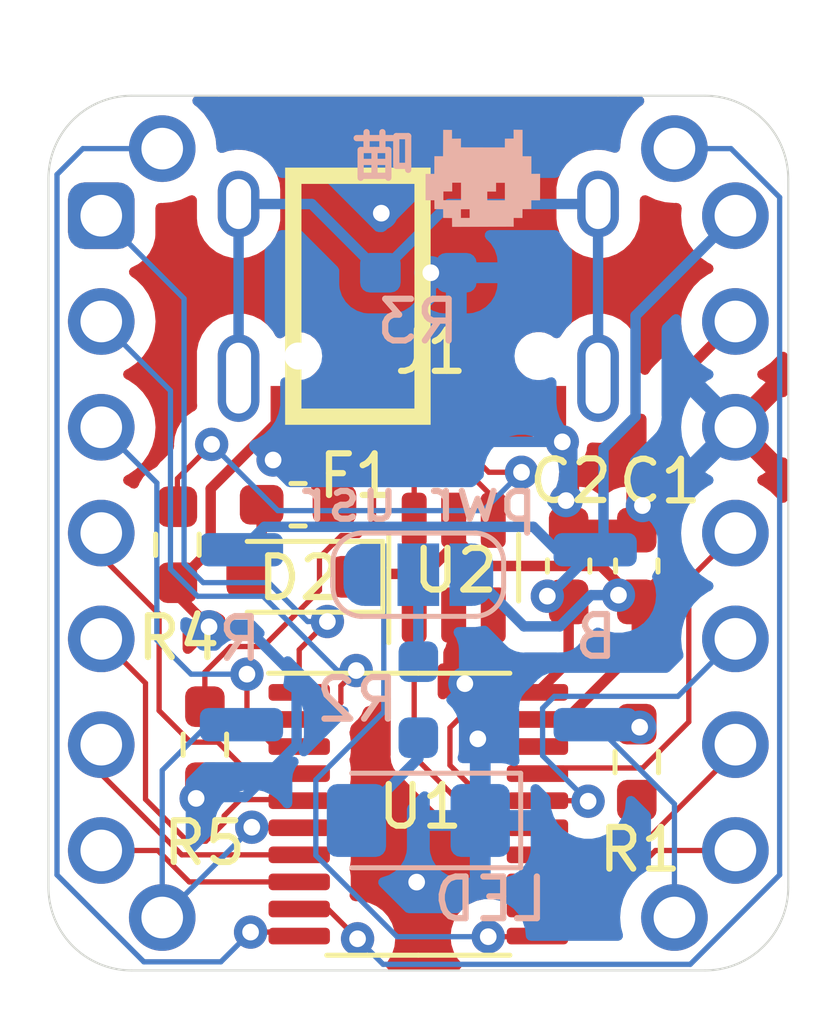
<source format=kicad_pcb>
(kicad_pcb (version 20221018) (generator pcbnew)
  (layers (0 "F.Cu" signal) (31 "B.Cu" signal) (34 "B.Paste" user) (35 "F.Paste" user) (36 "B.SilkS" user "B.Silkscreen") (37 "F.SilkS" user "F.Silkscreen") (38 "B.Mask" user) (39 "F.Mask" user) (44 "Edge.Cuts" user))
  (net 0 "")
  (net 1 "VCC")
  (net 2 "GND")
  (net 3 "+3.3V")
  (net 4 "Net-(D1-A)")
  (net 5 "CC1")
  (net 6 "UDP")
  (net 7 "UDM")
  (net 8 "CC2")
  (net 9 "P3.2")
  (net 10 "PORT+")
  (net 11 "PORT-")
  (net 12 "P1.6")
  (net 13 "P1.7")
  (net 14 "P1.0")
  (net 15 "P1.1")
  (net 16 "P3.4")
  (net 17 "P3.5")
  (net 18 "P1.3")
  (net 19 "P1.2")
  (net 20 "RST")
  (net 21 "P3.1")
  (net 22 "P3.0")
  (net 23 "P3.3")
  (net 24 "Net-(JP1-C)")
  (net 25 "Net-(D2-A)")
  (net 26 "VBUS")
  (net 29 "P1.4")
  (net 30 "P1.5")
  (net 31 "Net-(J1-SHIELD)")
  (net 32 "BOOT")
  (footprint "BeiBob:apfel_xiao_drop-in_gpio_plus_4" (layer "F.Cu") (at 149 105)
    (fp_text reference "U3" hide)
    (fp_text value "xiao_drop-in_gpio_usb_no_cutout" hide)
    (fp_line (start -8.89 8.5) (end -8.89 -8.5) (stroke (width 0.05)) (layer "Edge.Cuts"))
    (fp_line (start -6.89 -10.5) (end -4.8 -10.5) (stroke (width 0.05)) (layer "Edge.Cuts"))
    (fp_line (start 4.8 -10.5) (end 6.89 -10.5) (stroke (width 0.05)) (layer "Edge.Cuts"))
    (fp_line (start 6.89 10.5) (end -6.89 10.5) (stroke (width 0.05)) (layer "Edge.Cuts"))
    (fp_line (start 8.89 -8.5) (end 8.89 8.5) (stroke (width 0.05)) (layer "Edge.Cuts"))
    (fp_arc (start -8.89 -8.5) (mid -8.304214 -9.914214) (end -6.89 -10.5) (stroke (width 0.05)) (layer "Edge.Cuts"))
    (fp_arc (start -6.89 10.5) (mid -8.304214 9.914214) (end -8.89 8.5) (stroke (width 0.05)) (layer "Edge.Cuts"))
    (fp_arc (start 6.89 -10.5) (mid 8.304214 -9.914214) (end 8.89 -8.5) (stroke (width 0.05)) (layer "Edge.Cuts"))
    (fp_arc (start 8.89 8.5) (mid 8.304214 9.914214) (end 6.89 10.5) (stroke (width 0.05)) (layer "Edge.Cuts"))
    (pad "1" thru_hole roundrect (at -7.62 -7.62 90) (size 1.6 1.6) (drill 1) (layers "*.Cu" "*.Mask") (net 9 "P3.2"))
    (pad "2" thru_hole circle (at -7.62 -5.08 90) (size 1.6 1.6) (drill 1) (layers "*.Cu" "*.Mask") (net 29 "P1.4"))
    (pad "3" thru_hole circle (at -7.62 -2.54 90) (size 1.6 1.6) (drill 1) (layers "*.Cu" "*.Mask") (net 30 "P1.5"))
    (pad "4" thru_hole circle (at -7.62 0 90) (size 1.6 1.6) (drill 1) (layers "*.Cu" "*.Mask") (net 12 "P1.6"))
    (pad "5" thru_hole circle (at -7.62 2.54 90) (size 1.6 1.6) (drill 1) (layers "*.Cu" "*.Mask") (net 13 "P1.7"))
    (pad "6" thru_hole circle (at -7.62 5.08 90) (size 1.6 1.6) (drill 1) (layers "*.Cu" "*.Mask") (net 14 "P1.0"))
    (pad "7" thru_hole circle (at -7.62 7.62 90) (size 1.6 1.6) (drill 1) (layers "*.Cu" "*.Mask") (net 15 "P1.1"))
    (pad "8" thru_hole circle (at 7.62 7.62 90) (size 1.6 1.6) (drill 1) (layers "*.Cu" "*.Mask") (net 16 "P3.4"))
    (pad "9" thru_hole circle (at 7.62 5.08 90) (size 1.6 1.6) (drill 1) (layers "*.Cu" "*.Mask") (net 17 "P3.5"))
    (pad "10" thru_hole circle (at 7.62 2.54 90) (size 1.6 1.6) (drill 1) (layers "*.Cu" "*.Mask") (net 18 "P1.3"))
    (pad "11" thru_hole circle (at 7.62 0 90) (size 1.6 1.6) (drill 1) (layers "*.Cu" "*.Mask") (net 19 "P1.2"))
    (pad "12" thru_hole circle (at 7.62 -2.54 90) (size 1.6 1.6) (drill 1) (layers "*.Cu" "*.Mask") (net 2 "GND"))
    (pad "13" thru_hole circle (at 7.62 -5.08 90) (size 1.6 1.6) (drill 1) (layers "*.Cu" "*.Mask") (net 1 "VCC"))
    (pad "14" thru_hole circle (at 7.62 -7.62 90) (size 1.6 1.6) (drill 1) (layers "*.Cu" "*.Mask") (net 3 "+3.3V"))
    (pad "15" thru_hole circle (at -6.155 9.23 90) (size 1.6 1.6) (drill 1) (layers "*.Cu" "*.Mask") (net 20 "RST"))
    (pad "16" thru_hole circle (at 6.155 9.23 90) (size 1.6 1.6) (drill 1) (layers "*.Cu" "*.Mask") (net 32 "BOOT"))
    (pad "17" thru_hole circle (at 6.155 -9.23 90) (size 1.6 1.6) (drill 1) (layers "*.Cu" "*.Mask") (net 21 "P3.1"))
    (pad "18" thru_hole circle (at -6.155 -9.23 90) (size 1.6 1.6) (drill 1) (layers "*.Cu" "*.Mask") (net 22 "P3.0"))
  )
  (footprint "Package_TO_SOT_SMD:SOT-23-6" (layer "F.Cu") (at 149.85 105.83 90)
    (fp_text reference "U2" (at -0.07 0.04 180) (layer "F.SilkS"))
    (fp_text value "USBLC6-2SC6")
    (fp_line (start 0 -1.56) (end -1.8 -1.56) (stroke (width 0.12)) (layer "F.SilkS"))
    (fp_line (start 0 -1.56) (end 0.8 -1.56) (stroke (width 0.12)) (layer "F.SilkS"))
    (fp_line (start 0 1.56) (end -0.8 1.56) (stroke (width 0.12)) (layer "F.SilkS"))
    (fp_line (start 0 1.56) (end 0.8 1.56) (stroke (width 0.12)) (layer "F.SilkS"))
    (pad "1" smd roundrect (at -1.1375 -0.95 90) (size 1.325 0.6) (layers "F.Cu" "F.Paste" "F.Mask") (net 6 "UDP"))
    (pad "2" smd roundrect (at -1.1375 0 90) (size 1.325 0.6) (layers "F.Cu" "F.Paste" "F.Mask") (net 2 "GND"))
    (pad "3" smd roundrect (at -1.1375 0.95 90) (size 1.325 0.6) (layers "F.Cu" "F.Paste" "F.Mask") (net 7 "UDM"))
    (pad "4" smd roundrect (at 1.1375 0.95 90) (size 1.325 0.6) (layers "F.Cu" "F.Paste" "F.Mask") (net 11 "PORT-"))
    (pad "5" smd roundrect (at 1.1375 0 90) (size 1.325 0.6) (layers "F.Cu" "F.Paste" "F.Mask") (net 1 "VCC"))
    (pad "6" smd roundrect (at 1.1375 -0.95 90) (size 1.325 0.6) (layers "F.Cu" "F.Paste" "F.Mask") (net 10 "PORT+"))
  )
  (footprint "Resistor_SMD:R_0603_1608Metric_Pad0.98x0.95mm_HandSolder" (layer "F.Cu") (at 143.87 110.08 -90)
    (fp_text reference "R5" (at 2.36 0.01 -180) (layer "F.SilkS"))
    (fp_text value "5.1k")
    (fp_line (start -0.254724 -0.5225) (end 0.254724 -0.5225) (stroke (width 0.12)) (layer "F.SilkS"))
    (fp_line (start -0.254724 0.5225) (end 0.254724 0.5225) (stroke (width 0.12)) (layer "F.SilkS"))
    (pad "1" smd roundrect (at -0.9125 0 270) (size 0.975 0.95) (layers "F.Cu" "F.Paste" "F.Mask") (net 8 "CC2"))
    (pad "2" smd roundrect (at 0.9125 0 270) (size 0.975 0.95) (layers "F.Cu" "F.Paste" "F.Mask") (net 2 "GND"))
  )
  (footprint "Resistor_SMD:R_0603_1608Metric_Pad0.98x0.95mm_HandSolder" (layer "F.Cu") (at 143.21 105.28 -90)
    (fp_text reference "R4" (at 2.24 -0.03 -180) (layer "F.SilkS"))
    (fp_text value "5.1k")
    (fp_line (start -0.254724 -0.5225) (end 0.254724 -0.5225) (stroke (width 0.12)) (layer "F.SilkS"))
    (fp_line (start -0.254724 0.5225) (end 0.254724 0.5225) (stroke (width 0.12)) (layer "F.SilkS"))
    (pad "1" smd roundrect (at -0.9125 0 270) (size 0.975 0.95) (layers "F.Cu" "F.Paste" "F.Mask") (net 5 "CC1"))
    (pad "2" smd roundrect (at 0.9125 0 270) (size 0.975 0.95) (layers "F.Cu" "F.Paste" "F.Mask") (net 2 "GND"))
  )
  (footprint "Fuse:Fuse_0603_1608Metric_Pad1.05x0.95mm_HandSolder" (layer "F.Cu") (at 146.11 104.32)
    (fp_text reference "F1" (at 1.41 -0.69) (layer "F.SilkS"))
    (fp_text value "500mA")
    (fp_line (start -0.171267 -0.51) (end 0.171267 -0.51) (stroke (width 0.12)) (layer "F.SilkS"))
    (fp_line (start -0.171267 0.51) (end 0.171267 0.51) (stroke (width 0.12)) (layer "F.SilkS"))
    (pad "1" smd roundrect (at -0.875 0) (size 1.05 0.95) (layers "F.Cu" "F.Paste" "F.Mask") (net 25 "Net-(D2-A)"))
    (pad "2" smd roundrect (at 0.875 0) (size 1.05 0.95) (layers "F.Cu" "F.Paste" "F.Mask") (net 26 "VBUS"))
  )
  (footprint "Resistor_SMD:R_0603_1608Metric_Pad0.98x0.95mm_HandSolder" (layer "F.Cu") (at 154.25 110.5 90)
    (fp_text reference "R1" (at -2.1 0.08 180) (layer "F.SilkS"))
    (fp_text value "10k")
    (fp_line (start -0.254724 -0.5225) (end 0.254724 -0.5225) (stroke (width 0.12)) (layer "F.SilkS"))
    (fp_line (start -0.254724 0.5225) (end 0.254724 0.5225) (stroke (width 0.12)) (layer "F.SilkS"))
    (pad "1" smd roundrect (at -0.9125 0 90) (size 0.975 0.95) (layers "F.Cu" "F.Paste" "F.Mask") (net 6 "UDP"))
    (pad "2" smd roundrect (at 0.9125 0 90) (size 0.975 0.95) (layers "F.Cu" "F.Paste" "F.Mask") (net 32 "BOOT"))
  )
  (footprint "Diode_SMD:D_SOD-323_HandSoldering" (layer "F.Cu") (at 146.1375 106.05 180)
    (fp_text reference "D2" (at 0.0075 -0.03) (layer "F.SilkS"))
    (fp_text value "PMEG2010BELD")
    (fp_line (start -2.01 -0.85) (end -2.01 0.85) (stroke (width 0.12)) (layer "F.SilkS"))
    (fp_line (start -2.01 -0.85) (end 1.25 -0.85) (stroke (width 0.12)) (layer "F.SilkS"))
    (fp_line (start -2.01 0.85) (end 1.25 0.85) (stroke (width 0.12)) (layer "F.SilkS"))
    (pad "1" smd roundrect (at -1.25 0 180) (size 1 1) (layers "F.Cu" "F.Paste" "F.Mask") (net 1 "VCC"))
    (pad "2" smd roundrect (at 1.25 0 180) (size 1 1) (layers "F.Cu" "F.Paste" "F.Mask") (net 25 "Net-(D2-A)"))
  )
  (footprint "Connector_USB:USB_C_Receptacle_HRO_TYPE-C-31-M-12" (layer "F.Cu") (at 149 98.15 180)
    (fp_text reference "J1" (at -0.3 -2.5) (layer "F.SilkS"))
    (fp_text value "USB_C_Receptacle_USB2.0")
    (pad "" np_thru_hole circle (at -2.89 -2.6 180) (size 0.65 0.65) (drill 0.65) (layers "*.Cu" "*.Mask"))
    (pad "" np_thru_hole circle (at 2.89 -2.6 180) (size 0.65 0.65) (drill 0.65) (layers "*.Cu" "*.Mask"))
    (pad "A1" smd rect (at -3.25 -4.045 180) (size 0.6 1.45) (layers "F.Cu" "F.Paste" "F.Mask") (net 2 "GND"))
    (pad "A4" smd rect (at -2.45 -4.045 180) (size 0.6 1.45) (layers "F.Cu" "F.Paste" "F.Mask") (net 26 "VBUS"))
    (pad "A5" smd rect (at -1.25 -4.045 180) (size 0.3 1.45) (layers "F.Cu" "F.Paste" "F.Mask") (net 5 "CC1"))
    (pad "A6" smd rect (at -0.25 -4.045 180) (size 0.3 1.45) (layers "F.Cu" "F.Paste" "F.Mask") (net 10 "PORT+"))
    (pad "A7" smd rect (at 0.25 -4.045 180) (size 0.3 1.45) (layers "F.Cu" "F.Paste" "F.Mask") (net 11 "PORT-"))
    (pad "A8" smd rect (at 1.25 -4.045 180) (size 0.3 1.45) (layers "F.Cu" "F.Paste" "F.Mask"))
    (pad "A9" smd rect (at 2.45 -4.045 180) (size 0.6 1.45) (layers "F.Cu" "F.Paste" "F.Mask") (net 26 "VBUS"))
    (pad "A12" smd rect (at 3.25 -4.045 180) (size 0.6 1.45) (layers "F.Cu" "F.Paste" "F.Mask") (net 2 "GND"))
    (pad "B1" smd rect (at 3.25 -4.045 180) (size 0.6 1.45) (layers "F.Cu" "F.Paste" "F.Mask") (net 2 "GND"))
    (pad "B4" smd rect (at 2.45 -4.045 180) (size 0.6 1.45) (layers "F.Cu" "F.Paste" "F.Mask") (net 26 "VBUS"))
    (pad "B5" smd rect (at 1.75 -4.045 180) (size 0.3 1.45) (layers "F.Cu" "F.Paste" "F.Mask") (net 8 "CC2"))
    (pad "B6" smd rect (at 0.75 -4.045 180) (size 0.3 1.45) (layers "F.Cu" "F.Paste" "F.Mask") (net 10 "PORT+"))
    (pad "B7" smd rect (at -0.75 -4.045 180) (size 0.3 1.45) (layers "F.Cu" "F.Paste" "F.Mask") (net 11 "PORT-"))
    (pad "B8" smd rect (at -1.75 -4.045 180) (size 0.3 1.45) (layers "F.Cu" "F.Paste" "F.Mask"))
    (pad "B9" smd rect (at -2.45 -4.045 180) (size 0.6 1.45) (layers "F.Cu" "F.Paste" "F.Mask") (net 26 "VBUS"))
    (pad "B12" smd rect (at -3.25 -4.045 180) (size 0.6 1.45) (layers "F.Cu" "F.Paste" "F.Mask") (net 2 "GND"))
    (pad "S1" thru_hole oval (at -4.32 -3.13 180) (size 1 2.1) (drill oval 0.6 1.7) (layers "*.Cu" "*.Mask") (net 31 "Net-(J1-SHIELD)"))
    (pad "S1" thru_hole oval (at -4.32 1.05 180) (size 1 1.6) (drill oval 0.6 1.2) (layers "*.Cu" "*.Mask") (net 31 "Net-(J1-SHIELD)"))
    (pad "S1" thru_hole oval (at 4.32 -3.13 180) (size 1 2.1) (drill oval 0.6 1.7) (layers "*.Cu" "*.Mask") (net 31 "Net-(J1-SHIELD)"))
    (pad "S1" thru_hole oval (at 4.32 1.05 180) (size 1 1.6) (drill oval 0.6 1.2) (layers "*.Cu" "*.Mask") (net 31 "Net-(J1-SHIELD)"))
  )
  (footprint "Capacitor_SMD:C_0603_1608Metric_Pad1.08x0.95mm_HandSolder" (layer "F.Cu") (at 154.25 105.79 90)
    (fp_text reference "C1" (at 2.03 0.56 180) (layer "F.SilkS"))
    (fp_text value "100nF")
    (fp_line (start -0.146267 -0.51) (end 0.146267 -0.51) (stroke (width 0.12)) (layer "F.SilkS"))
    (fp_line (start -0.146267 0.51) (end 0.146267 0.51) (stroke (width 0.12)) (layer "F.SilkS"))
    (pad "1" smd roundrect (at -0.8625 0 90) (size 1.075 0.95) (layers "F.Cu" "F.Paste" "F.Mask") (net 1 "VCC"))
    (pad "2" smd roundrect (at 0.8625 0 90) (size 1.075 0.95) (layers "F.Cu" "F.Paste" "F.Mask") (net 2 "GND"))
  )
  (footprint "Package_SO:TSSOP-20_4.4x6.5mm_P0.65mm" (layer "F.Cu") (at 149 111.75)
    (fp_text reference "U1" (at 0.05 -0.18) (layer "F.SilkS"))
    (fp_text value "~")
    (fp_line (start 0 -3.385) (end -3.6 -3.385) (stroke (width 0.12)) (layer "F.SilkS"))
    (fp_line (start 0 -3.385) (end 2.2 -3.385) (stroke (width 0.12)) (layer "F.SilkS"))
    (fp_line (start 0 3.385) (end -2.2 3.385) (stroke (width 0.12)) (layer "F.SilkS"))
    (fp_line (start 0 3.385) (end 2.2 3.385) (stroke (width 0.12)) (layer "F.SilkS"))
    (pad "1" smd roundrect (at -2.8625 -2.925) (size 1.475 0.4) (layers "F.Cu" "F.Paste" "F.Mask") (net 9 "P3.2"))
    (pad "2" smd roundrect (at -2.8625 -2.275) (size 1.475 0.4) (layers "F.Cu" "F.Paste" "F.Mask") (net 29 "P1.4"))
    (pad "3" smd roundrect (at -2.8625 -1.625) (size 1.475 0.4) (layers "F.Cu" "F.Paste" "F.Mask") (net 30 "P1.5"))
    (pad "4" smd roundrect (at -2.8625 -0.975) (size 1.475 0.4) (layers "F.Cu" "F.Paste" "F.Mask") (net 12 "P1.6"))
    (pad "5" smd roundrect (at -2.8625 -0.325) (size 1.475 0.4) (layers "F.Cu" "F.Paste" "F.Mask") (net 13 "P1.7"))
    (pad "6" smd roundrect (at -2.8625 0.325) (size 1.475 0.4) (layers "F.Cu" "F.Paste" "F.Mask") (net 20 "RST"))
    (pad "7" smd roundrect (at -2.8625 0.975) (size 1.475 0.4) (layers "F.Cu" "F.Paste" "F.Mask") (net 14 "P1.0"))
    (pad "8" smd roundrect (at -2.8625 1.625) (size 1.475 0.4) (layers "F.Cu" "F.Paste" "F.Mask") (net 15 "P1.1"))
    (pad "9" smd roundrect (at -2.8625 2.275) (size 1.475 0.4) (layers "F.Cu" "F.Paste" "F.Mask") (net 21 "P3.1"))
    (pad "10" smd roundrect (at -2.8625 2.925) (size 1.475 0.4) (layers "F.Cu" "F.Paste" "F.Mask") (net 22 "P3.0"))
    (pad "11" smd roundrect (at 2.8625 2.925) (size 1.475 0.4) (layers "F.Cu" "F.Paste" "F.Mask") (net 23 "P3.3"))
    (pad "12" smd roundrect (at 2.8625 2.275) (size 1.475 0.4) (layers "F.Cu" "F.Paste" "F.Mask") (net 16 "P3.4"))
    (pad "13" smd roundrect (at 2.8625 1.625) (size 1.475 0.4) (layers "F.Cu" "F.Paste" "F.Mask") (net 17 "P3.5"))
    (pad "14" smd roundrect (at 2.8625 0.975) (size 1.475 0.4) (layers "F.Cu" "F.Paste" "F.Mask") (net 6 "UDP"))
    (pad "15" smd roundrect (at 2.8625 0.325) (size 1.475 0.4) (layers "F.Cu" "F.Paste" "F.Mask") (net 7 "UDM"))
    (pad "16" smd roundrect (at 2.8625 -0.325) (size 1.475 0.4) (layers "F.Cu" "F.Paste" "F.Mask") (net 18 "P1.3"))
    (pad "17" smd roundrect (at 2.8625 -0.975) (size 1.475 0.4) (layers "F.Cu" "F.Paste" "F.Mask") (net 19 "P1.2"))
    (pad "18" smd roundrect (at 2.8625 -1.625) (size 1.475 0.4) (layers "F.Cu" "F.Paste" "F.Mask") (net 2 "GND"))
    (pad "19" smd roundrect (at 2.8625 -2.275) (size 1.475 0.4) (layers "F.Cu" "F.Paste" "F.Mask") (net 1 "VCC"))
    (pad "20" smd roundrect (at 2.8625 -2.925) (size 1.475 0.4) (layers "F.Cu" "F.Paste" "F.Mask") (net 3 "+3.3V"))
  )
  (footprint "Capacitor_SMD:C_0603_1608Metric_Pad1.08x0.95mm_HandSolder" (layer "F.Cu") (at 152.6125 105.79 90)
    (fp_text reference "C2" (at 2.04 0.0475 180) (layer "F.SilkS"))
    (fp_text value "100nF")
    (fp_line (start -0.146267 -0.51) (end 0.146267 -0.51) (stroke (width 0.12)) (layer "F.SilkS"))
    (fp_line (start -0.146267 0.51) (end 0.146267 0.51) (stroke (width 0.12)) (layer "F.SilkS"))
    (pad "1" smd roundrect (at -0.8625 0 90) (size 1.075 0.95) (layers "F.Cu" "F.Paste" "F.Mask") (net 3 "+3.3V"))
    (pad "2" smd roundrect (at 0.8625 0 90) (size 1.075 0.95) (layers "F.Cu" "F.Paste" "F.Mask") (net 2 "GND"))
  )
  (footprint "Button_Switch_SMD:SW_Push_SPST_NO_Alps_SKRK" (layer "B.Cu") (at 153.25 107.5 90)
    (fp_text reference "B" (at 0.01 0.02) (layer "B.SilkS") (effects (justify mirror)))
    (fp_text value "BOOT")
    (pad "1" smd roundrect (at -2.1 0 90) (size 0.8 2) (layers "B.Cu" "B.Paste" "B.Mask") (net 32 "BOOT"))
    (pad "2" smd roundrect (at 2.1 0 90) (size 0.8 2) (layers "B.Cu" "B.Paste" "B.Mask") (net 3 "+3.3V"))
  )
  (footprint "BeiBob:SolderJumper-3_P1.3mm_Open_RoundedPad1.0x1.5mm_NumberLabels" (layer "B.Cu") (at 149 106 180)
    (fp_text reference "JP1")
    (fp_text value "SolderJumper_3_Open")
    (fp_text user "pwr usr" (at -0.02 1.8) (layer "B.SilkS") (effects (justify mirror)))
    (fp_line (start -2.05 -0.3) (end -2.05 0.3) (stroke (width 0.12)) (layer "B.SilkS"))
    (fp_line (start -1.4 1) (end 1.4 1) (stroke (width 0.12)) (layer "B.SilkS"))
    (fp_line (start 1.4 -1) (end -1.4 -1) (stroke (width 0.12)) (layer "B.SilkS"))
    (fp_line (start 2.05 0.3) (end 2.05 -0.3) (stroke (width 0.12)) (layer "B.SilkS"))
    (fp_arc (start -2.05 -0.3) (mid -1.844975 -0.794975) (end -1.35 -1) (stroke (width 0.12)) (layer "B.SilkS"))
    (fp_arc (start -1.35 1) (mid -1.844975 0.794975) (end -2.05 0.3) (stroke (width 0.12)) (layer "B.SilkS"))
    (fp_arc (start 1.35 -1) (mid 1.844975 -0.794975) (end 2.05 -0.3) (stroke (width 0.12)) (layer "B.SilkS"))
    (fp_arc (start 2.05 0.3) (mid 1.844975 0.794975) (end 1.35 1) (stroke (width 0.12)) (layer "B.SilkS"))
    (pad "1" smd custom (at -1.3 0 180) (size 1 0.5) (layers "B.Cu" "B.Mask") (net 1 "VCC") (options (clearance outline) (anchor rect)) (primitives (gr_circle (center 0 -0.25) (end 0.5 -0.25) (width 0) (fill yes)) (gr_circle (center 0 0.25) (end 0.5 0.25) (width 0) (fill yes)) (gr_poly (pts (xy 0.55 -0.75) (xy 0 -0.75) (xy 0 0.75) (xy 0.55 0.75)) (width 0) (fill yes))))
    (pad "2" smd rect (at 0 0 180) (size 1 1.5) (layers "B.Cu" "B.Mask") (net 24 "Net-(JP1-C)"))
    (pad "3" smd custom (at 1.3 0 180) (size 1 0.5) (layers "B.Cu" "B.Mask") (net 23 "P3.3") (options (clearance outline) (anchor rect)) (primitives (gr_circle (center 0 -0.25) (end 0.5 -0.25) (width 0) (fill yes)) (gr_circle (center 0 0.25) (end 0.5 0.25) (width 0) (fill yes)) (gr_poly (pts (xy 0 -0.75) (xy -0.55 -0.75) (xy -0.55 0.75) (xy 0 0.75)) (width 0) (fill yes))))
  )
  (footprint "LED_SMD:LED_1206_3216Metric_Pad1.42x1.75mm_HandSolder" (layer "B.Cu") (at 149 111.9 180)
    (fp_text reference "LED" (at -1.73 -1.89) (layer "B.SilkS") (effects (justify mirror)))
    (fp_text value "PWR/USR LED")
    (fp_line (start -2.46 -1.135) (end 1.6 -1.135) (stroke (width 0.12)) (layer "B.SilkS"))
    (fp_line (start -2.46 1.135) (end -2.46 -1.135) (stroke (width 0.12)) (layer "B.SilkS"))
    (fp_line (start 1.6 1.135) (end -2.46 1.135) (stroke (width 0.12)) (layer "B.SilkS"))
    (pad "1" smd roundrect (at -1.4875 0 180) (size 1.425 1.75) (layers "B.Cu" "B.Paste" "B.Mask") (roundrect_rratio 0.1754392982) (net 2 "GND"))
    (pad "2" smd roundrect (at 1.4875 0 180) (size 1.425 1.75) (layers "B.Cu" "B.Paste" "B.Mask") (roundrect_rratio 0.1754392982) (net 4 "Net-(D1-A)"))
  )
  (footprint "Button_Switch_SMD:SW_Push_SPST_NO_Alps_SKRK" (layer "B.Cu") (at 144.75 107.5 90)
    (fp_text reference "R" (at -0.04 -0.04) (layer "B.SilkS") (effects (justify mirror)))
    (fp_text value "RESET")
    (pad "1" smd roundrect (at -2.1 0 90) (size 0.8 2) (layers "B.Cu" "B.Paste" "B.Mask") (net 20 "RST"))
    (pad "2" smd roundrect (at 2.1 0 90) (size 0.8 2) (layers "B.Cu" "B.Paste" "B.Mask") (net 3 "+3.3V"))
  )
  (footprint "Resistor_SMD:R_0603_1608Metric_Pad0.98x0.95mm_HandSolder" (layer "B.Cu") (at 149 109 -90)
    (fp_text reference "R2" (at 0 1.47 -180) (layer "B.SilkS") (effects (justify mirror)))
    (fp_text value "1k")
    (pad "1" smd roundrect (at -0.9125 0 270) (size 0.975 0.95) (layers "B.Cu" "B.Paste" "B.Mask") (net 24 "Net-(JP1-C)"))
    (pad "2" smd roundrect (at 0.9125 0 270) (size 0.975 0.95) (layers "B.Cu" "B.Paste" "B.Mask") (net 4 "Net-(D1-A)"))
  )
  (footprint "Resistor_SMD:R_0603_1608Metric_Pad0.98x0.95mm_HandSolder" (layer "B.Cu") (at 149 98.75)
    (fp_text reference "R3" (at -0.01 1.17 180) (layer "B.SilkS") (effects (justify mirror)))
    (fp_text value "0")
    (pad "1" smd roundrect (at -0.9125 0) (size 0.975 0.95) (layers "B.Cu" "B.Paste" "B.Mask") (net 31 "Net-(J1-SHIELD)"))
    (pad "2" smd roundrect (at 0.9125 0) (size 0.975 0.95) (layers "B.Cu" "B.Paste" "B.Mask") (net 2 "GND"))
  )
  (gr_poly (pts (xy 151.290057 95.528048) (xy 151.080083 95.529546) (xy 151.078584 95.741019) (xy 150.024191 95.73952) (xy 150.025677 95.528048) (xy 149.809734 95.531032) (xy 149.809734 95.321045) (xy 149.596776 95.31806) (xy 149.593791 95.952492) (xy 149.38529 95.951006) (xy 149.383804 96.375438) (xy 149.173817 96.376936) (xy 149.173817 97.009869) (xy 149.38529 97.009869) (xy 149.386788 97.222828) (xy 149.595277 97.224326) (xy 149.596776 97.434314) (xy 149.809734 97.437285) (xy 149.81122 97.648758) (xy 151.293041 97.644288) (xy 151.291556 97.434314) (xy 151.503029 97.435799) (xy 151.503049 97.432867) (xy 150.233054 97.432867) (xy 150.024566 97.433616) (xy 150.023817 97.225114) (xy 150.232318 97.224365) (xy 150.232318 97.225114) (xy 150.233054 97.432867) (xy 151.503049 97.432867) (xy 151.504514 97.222828) (xy 151.715987 97.221342) (xy 151.715987 97.011355) (xy 151.925974 97.011355) (xy 151.926962 96.591109) (xy 151.079644 96.591109) (xy 151.079644 97.010231) (xy 150.65684 97.010231) (xy 150.65684 96.801729) (xy 150.868507 96.801729) (xy 150.868507 96.591109) (xy 151.079644 96.591109) (xy 151.926962 96.591109) (xy 151.926969 96.588151) (xy 150.025612 96.588151) (xy 150.025612 97.007272) (xy 149.602796 97.007272) (xy 149.602796 96.798771) (xy 149.814463 96.798771) (xy 149.814463 96.588151) (xy 150.025612 96.588151) (xy 151.926969 96.588151) (xy 151.927473 96.373952) (xy 151.717486 96.375438) (xy 151.717486 95.953978) (xy 151.506013 95.952492) (xy 151.506013 95.31806) (xy 151.288571 95.315089)) (fill solid) (layer "B.SilkS"))
  (gr_line (start 153.8 94.5) (end 144.2 94.5) (stroke (width 0.05)) (layer "Edge.Cuts"))
  (gr_text "喵" (at 148.95 96.6) (layer "B.SilkS") (effects (font (size 1 1)) (justify left bottom mirror)))
  (gr_text "喵" (at 145.45 102) (layer "F.SilkS") (effects (font (size 5 5) (thickness 0.125)) (justify left bottom)))
  (segment (start 155.11 101.43) (end 156.62 99.92) (width 0.25) (layer "F.Cu") (net 1))
  (segment (start 149.85 105.076751) (end 150.563249 105.79) (width 0.25) (layer "F.Cu") (net 1))
  (segment (start 149.85 105.3) (end 149.85 104.6925) (width 0.25) (layer "F.Cu") (net 1))
  (segment (start 154.25 106.6525) (end 154.25 107.776041) (width 0.25) (layer "F.Cu") (net 1))
  (segment (start 155.11 105.7925) (end 155.11 101.43) (width 0.25) (layer "F.Cu") (net 1))
  (segment (start 149.85 104.6925) (end 149.85 105.076751) (width 0.25) (layer "F.Cu") (net 1))
  (segment (start 149.17 105.98) (end 149.85 105.3) (width 0.25) (layer "F.Cu") (net 1))
  (segment (start 154.25 107.776041) (end 152.551041 109.475) (width 0.25) (layer "F.Cu") (net 1))
  (segment (start 154.25 106.6525) (end 155.11 105.7925) (width 0.25) (layer "F.Cu") (net 1))
  (segment (start 153.3875 105.79) (end 154.25 106.6525) (width 0.25) (layer "F.Cu") (net 1))
  (segment (start 147.4575 105.98) (end 149.17 105.98) (width 0.25) (layer "F.Cu") (net 1))
  (segment (start 147.3875 106.05) (end 147.4575 105.98) (width 0.25) (layer "F.Cu") (net 1))
  (segment (start 152.551041 109.475) (end 151.8625 109.475) (width 0.25) (layer "F.Cu") (net 1))
  (segment (start 150.563249 105.79) (end 153.3875 105.79) (width 0.25) (layer "F.Cu") (net 1))
  (via (at 153.81 106.49) (size 0.8) (drill 0.4) (layers "F.Cu" "B.Cu") (net 1))
  (segment (start 152.4005 107.2395) (end 151.5395 107.2395) (width 0.25) (layer "B.Cu") (net 1))
  (segment (start 151.5395 107.2395) (end 150.3 106) (width 0.25) (layer "B.Cu") (net 1))
  (segment (start 153.15 106.49) (end 152.4005 107.2395) (width 0.25) (layer "B.Cu") (net 1))
  (segment (start 153.81 106.49) (end 153.15 106.49) (width 0.25) (layer "B.Cu") (net 1))
  (segment (start 150.615 110.125) (end 150.43 109.94) (width 0.25) (layer "F.Cu") (net 2))
  (segment (start 143.66 111.2025) (end 143.87 110.9925) (width 0.25) (layer "F.Cu") (net 2))
  (segment (start 151.8625 110.125) (end 150.615 110.125) (width 0.25) (layer "F.Cu") (net 2))
  (segment (start 145.75 103.0055) (end 145.51 103.2455) (width 0.25) (layer "F.Cu") (net 2))
  (segment (start 145.75 102.195) (end 144.01 103.935) (width 0.25) (layer "F.Cu") (net 2))
  (segment (start 149.85 108.346532) (end 150.11801 108.614542) (width 0.25) (layer "F.Cu") (net 2))
  (segment (start 144.01 103.935) (end 144.01 105.3925) (width 0.25) (layer "F.Cu") (net 2))
  (segment (start 143.21 106.49) (end 143.97 107.25) (width 0.25) (layer "F.Cu") (net 2))
  (segment (start 144.01 105.3925) (end 143.21 106.1925) (width 0.25) (layer "F.Cu") (net 2))
  (segment (start 143.21 106.1925) (end 143.21 106.49) (width 0.25) (layer "F.Cu") (net 2))
  (segment (start 149.85 106.9675) (end 149.85 108.346532) (width 0.25) (layer "F.Cu") (net 2))
  (segment (start 143.66 111.37) (end 143.66 111.2025) (width 0.25) (layer "F.Cu") (net 2))
  (segment (start 145.75 102.195) (end 145.75 103.0055) (width 0.25) (layer "F.Cu") (net 2))
  (via (at 148.96 113.38) (size 0.8) (drill 0.4) (layers "F.Cu" "B.Cu") (net 2))
  (via (at 152.55 104.22) (size 0.8) (drill 0.4) (layers "F.Cu" "B.Cu") (net 2))
  (via (at 143.66 111.37) (size 0.8) (drill 0.4) (layers "F.Cu" "B.Cu") (net 2))
  (via (at 145.51 103.2455) (size 0.8) (drill 0.4) (layers "F.Cu" "B.Cu") (net 2))
  (via (at 150.11801 108.614542) (size 0.8) (drill 0.4) (layers "F.Cu" "B.Cu") (net 2))
  (via (at 152.46 102.81) (size 0.8) (drill 0.4) (layers "F.Cu" "B.Cu") (net 2))
  (via (at 149.3 98.75) (size 0.8) (drill 0.4) (layers "F.Cu" "B.Cu") (net 2))
  (via (at 148.11 97.32) (size 0.8) (drill 0.4) (layers "F.Cu" "B.Cu") (net 2))
  (via (at 150.43 109.94) (size 0.8) (drill 0.4) (layers "F.Cu" "B.Cu") (net 2))
  (via (at 143.97 107.25) (size 0.8) (drill 0.4) (layers "F.Cu" "B.Cu") (net 2))
  (via (at 154.3855 104.34) (size 0.8) (drill 0.4) (layers "F.Cu" "B.Cu") (net 2))
  (segment (start 145.9455 102.81) (end 145.51 103.2455) (width 0.25) (layer "B.Cu") (net 2))
  (segment (start 145.51 103.1525) (end 145.51 103.2455) (width 0.25) (layer "B.Cu") (net 2))
  (segment (start 152.46 102.81) (end 145.9455 102.81) (width 0.25) (layer "B.Cu") (net 2))
  (segment (start 146.075 110.095) (end 146.075 108.475) (width 0.25) (layer "B.Cu") (net 2))
  (segment (start 146.075 108.475) (end 144.85 107.25) (width 0.25) (layer "B.Cu") (net 2))
  (segment (start 143.693 111.337) (end 144.833 111.337) (width 0.25) (layer "B.Cu") (net 2))
  (segment (start 143.66 111.37) (end 143.693 111.337) (width 0.25) (layer "B.Cu") (net 2))
  (segment (start 149.3 98.75) (end 149.3 99.3625) (width 0.25) (layer "B.Cu") (net 2))
  (segment (start 149.3 99.3625) (end 145.51 103.1525) (width 0.25) (layer "B.Cu") (net 2))
  (segment (start 144.85 107.25) (end 143.97 107.25) (width 0.25) (layer "B.Cu") (net 2))
  (segment (start 144.833 111.337) (end 146.075 110.095) (width 0.25) (layer "B.Cu") (net 2))
  (segment (start 152.6125 106.6525) (end 152.6125 108.075) (width 0.25) (layer "F.Cu") (net 3))
  (segment (start 152.6125 108.075) (end 151.8625 108.825) (width 0.25) (layer "F.Cu") (net 3))
  (via (at 152.1 106.5145) (size 0.8) (drill 0.4) (layers "F.Cu" "B.Cu") (net 3))
  (segment (start 152.1355 106.5145) (end 153.25 105.4) (width 0.25) (layer "B.Cu") (net 3))
  (segment (start 152.314695 105.4) (end 153.25 105.4) (width 0.25) (layer "B.Cu") (net 3))
  (segment (start 154.22 102.2) (end 153.45 102.97) (width 0.25) (layer "B.Cu") (net 3))
  (segment (start 152.1 106.5145) (end 152.1355 106.5145) (width 0.25) (layer "B.Cu") (net 3))
  (segment (start 145.3 104.85) (end 151.764695 104.85) (width 0.25) (layer "B.Cu") (net 3))
  (segment (start 153.45 105.2) (end 153.25 105.4) (width 0.25) (layer "B.Cu") (net 3))
  (segment (start 154.22 99.78) (end 154.22 102.2) (width 0.25) (layer "B.Cu") (net 3))
  (segment (start 144.75 105.4) (end 145.3 104.85) (width 0.25) (layer "B.Cu") (net 3))
  (segment (start 151.764695 104.85) (end 152.314695 105.4) (width 0.25) (layer "B.Cu") (net 3))
  (segment (start 153.45 102.97) (end 153.45 105.2) (width 0.25) (layer "B.Cu") (net 3))
  (segment (start 156.62 97.38) (end 154.22 99.78) (width 0.25) (layer "B.Cu") (net 3))
  (segment (start 149 110.4125) (end 147.5125 111.9) (width 0.25) (layer "B.Cu") (net 4))
  (segment (start 149 109.9125) (end 149 110.4125) (width 0.25) (layer "B.Cu") (net 4))
  (segment (start 150.25 103.097) (end 150.25 102.195) (width 0.127) (layer "F.Cu") (net 5))
  (segment (start 151.48 103.54) (end 150.693 103.54) (width 0.127) (layer "F.Cu") (net 5))
  (segment (start 143.21 103.693) (end 143.21 104.3675) (width 0.127) (layer "F.Cu") (net 5))
  (segment (start 150.693 103.54) (end 150.25 103.097) (width 0.127) (layer "F.Cu") (net 5))
  (segment (start 144.033 102.87) (end 143.21 103.693) (width 0.127) (layer "F.Cu") (net 5))
  (via (at 144.033 102.87) (size 0.8) (drill 0.4) (layers "F.Cu" "B.Cu") (net 5))
  (via (at 151.48 103.54) (size 0.8) (drill 0.4) (layers "F.Cu" "B.Cu") (net 5))
  (segment (start 144.033 102.87) (end 145.6245 104.4615) (width 0.127) (layer "B.Cu") (net 5))
  (segment (start 145.6245 104.4615) (end 150.5585 104.4615) (width 0.127) (layer "B.Cu") (net 5))
  (segment (start 150.5585 104.4615) (end 151.48 103.54) (width 0.127) (layer "B.Cu") (net 5))
  (segment (start 151.8625 112.725) (end 153.671073 112.725) (width 0.127) (layer "F.Cu") (net 6))
  (segment (start 153.671073 112.725) (end 154.25 112.146073) (width 0.127) (layer "F.Cu") (net 6))
  (segment (start 151.260933 112.725) (end 151.8625 112.725) (width 0.127) (layer "F.Cu") (net 6))
  (segment (start 148.9 110.364067) (end 151.260933 112.725) (width 0.127) (layer "F.Cu") (net 6))
  (segment (start 154.25 112.146073) (end 154.25 111.4125) (width 0.127) (layer "F.Cu") (net 6))
  (segment (start 148.9 106.9675) (end 148.9 110.364067) (width 0.127) (layer "F.Cu") (net 6))
  (segment (start 150.155169 109.2765) (end 149.76 109.671669) (width 0.127) (layer "F.Cu") (net 7))
  (segment (start 149.76 110.574067) (end 151.260933 112.075) (width 0.127) (layer "F.Cu") (net 7))
  (segment (start 150.4635 109.2765) (end 150.155169 109.2765) (width 0.127) (layer "F.Cu") (net 7))
  (segment (start 151.260933 112.075) (end 151.8625 112.075) (width 0.127) (layer "F.Cu") (net 7))
  (segment (start 150.8 108.94) (end 150.4635 109.2765) (width 0.127) (layer "F.Cu") (net 7))
  (segment (start 149.76 109.671669) (end 149.76 110.574067) (width 0.127) (layer "F.Cu") (net 7))
  (segment (start 150.8 106.9675) (end 150.8 108.94) (width 0.127) (layer "F.Cu") (net 7))
  (segment (start 143.87 109.1675) (end 143.87 108.340595) (width 0.127) (layer "F.Cu") (net 8))
  (segment (start 147.25 103.097) (end 147.25 102.195) (width 0.127) (layer "F.Cu") (net 8))
  (segment (start 147.923 104.697) (end 147.923 103.77) (width 0.127) (layer "F.Cu") (net 8))
  (segment (start 146.624 106.376) (end 146.624 105.587301) (width 0.127) (layer "F.Cu") (net 8))
  (segment (start 146.624 105.587301) (end 147.152801 105.0585) (width 0.127) (layer "F.Cu") (net 8))
  (segment (start 143.87 108.340595) (end 144.486431 107.724164) (width 0.127) (layer "F.Cu") (net 8))
  (segment (start 147.152801 105.0585) (end 147.5615 105.0585) (width 0.127) (layer "F.Cu") (net 8))
  (segment (start 144.486431 107.724164) (end 145.275836 107.724164) (width 0.127) (layer "F.Cu") (net 8))
  (segment (start 147.923 103.77) (end 147.25 103.097) (width 0.127) (layer "F.Cu") (net 8))
  (segment (start 147.5615 105.0585) (end 147.923 104.697) (width 0.127) (layer "F.Cu") (net 8))
  (segment (start 145.275836 107.724164) (end 146.624 106.376) (width 0.127) (layer "F.Cu") (net 8))
  (segment (start 146.814354 107.12327) (end 146.1375 107.800124) (width 0.127) (layer "F.Cu") (net 9))
  (segment (start 146.1375 107.800124) (end 146.1375 108.825) (width 0.127) (layer "F.Cu") (net 9))
  (via (at 146.814354 107.12327) (size 0.8) (drill 0.4) (layers "F.Cu" "B.Cu") (net 9))
  (segment (start 145.405201 106.19) (end 143.83 106.19) (width 0.127) (layer "B.Cu") (net 9))
  (segment (start 143.83 106.19) (end 143.37 105.73) (width 0.127) (layer "B.Cu") (net 9))
  (segment (start 143.37 105.73) (end 143.37 99.37) (width 0.127) (layer "B.Cu") (net 9))
  (segment (start 146.814354 107.12327) (end 146.338471 107.12327) (width 0.127) (layer "B.Cu") (net 9))
  (segment (start 146.338471 107.12327) (end 145.405201 106.19) (width 0.127) (layer "B.Cu") (net 9))
  (segment (start 143.37 99.37) (end 141.38 97.38) (width 0.127) (layer "B.Cu") (net 9))
  (segment (start 149.1135 103.1835) (end 149.25 103.047) (width 0.127) (layer "F.Cu") (net 10))
  (segment (start 149.25 103.047) (end 149.25 102.195) (width 0.127) (layer "F.Cu") (net 10))
  (segment (start 148.9 103.1835) (end 149.1135 103.1835) (width 0.127) (layer "F.Cu") (net 10))
  (segment (start 148.9 104.6925) (end 148.9 103.1835) (width 0.127) (layer "F.Cu") (net 10))
  (segment (start 148.25 102.195) (end 148.25 103.097) (width 0.127) (layer "F.Cu") (net 10))
  (segment (start 148.3365 103.1835) (end 148.9 103.1835) (width 0.127) (layer "F.Cu") (net 10))
  (segment (start 148.25 103.097) (end 148.3365 103.1835) (width 0.127) (layer "F.Cu") (net 10))
  (segment (start 149.6 101.18) (end 149.75 101.33) (width 0.127) (layer "F.Cu") (net 11))
  (segment (start 150.8 104.6925) (end 150.8 104.147) (width 0.127) (layer "F.Cu") (net 11))
  (segment (start 148.75 102.195) (end 148.75 101.293) (width 0.127) (layer "F.Cu") (net 11))
  (segment (start 149.75 103.097) (end 149.75 102.195) (width 0.127) (layer "F.Cu") (net 11))
  (segment (start 149.75 101.33) (end 149.75 102.195) (width 0.127) (layer "F.Cu") (net 11))
  (segment (start 150.8 104.147) (end 149.75 103.097) (width 0.127) (layer "F.Cu") (net 11))
  (segment (start 148.75 101.293) (end 148.863 101.18) (width 0.127) (layer "F.Cu") (net 11))
  (segment (start 148.863 101.18) (end 149.6 101.18) (width 0.127) (layer "F.Cu") (net 11))
  (segment (start 142.7705 106.949021) (end 141.38 105.558521) (width 0.127) (layer "F.Cu") (net 12))
  (segment (start 142.7705 109.264021) (end 142.7705 106.949021) (width 0.127) (layer "F.Cu") (net 12))
  (segment (start 144.185 110.02) (end 143.526479 110.02) (width 0.127) (layer "F.Cu") (net 12))
  (segment (start 141.38 105.558521) (end 141.38 105) (width 0.127) (layer "F.Cu") (net 12))
  (segment (start 143.526479 110.02) (end 142.7705 109.264021) (width 0.127) (layer "F.Cu") (net 12))
  (segment (start 144.94 110.775) (end 144.185 110.02) (width 0.127) (layer "F.Cu") (net 12))
  (segment (start 146.1375 110.775) (end 144.94 110.775) (width 0.127) (layer "F.Cu") (net 12))
  (segment (start 143.892 112.398) (end 143.450448 112.398) (width 0.127) (layer "F.Cu") (net 13))
  (segment (start 146.1375 111.425) (end 146.111 111.3985) (width 0.127) (layer "F.Cu") (net 13))
  (segment (start 144.334251 111.787169) (end 144.334251 111.955749) (width 0.127) (layer "F.Cu") (net 13))
  (segment (start 146.111 111.3985) (end 144.72292 111.3985) (width 0.127) (layer "F.Cu") (net 13))
  (segment (start 143.450448 112.398) (end 142.4435 111.391052) (width 0.127) (layer "F.Cu") (net 13))
  (segment (start 144.334251 111.955749) (end 143.892 112.398) (width 0.127) (layer "F.Cu") (net 13))
  (segment (start 142.4435 111.391052) (end 142.4435 108.6035) (width 0.127) (layer "F.Cu") (net 13))
  (segment (start 144.72292 111.3985) (end 144.334251 111.787169) (width 0.127) (layer "F.Cu") (net 13))
  (segment (start 142.4435 108.6035) (end 141.38 107.54) (width 0.127) (layer "F.Cu") (net 13))
  (segment (start 143.315 112.725) (end 141.38 110.79) (width 0.127) (layer "F.Cu") (net 14))
  (segment (start 141.38 110.79) (end 141.38 110.08) (width 0.127) (layer "F.Cu") (net 14))
  (segment (start 146.1375 112.725) (end 143.315 112.725) (width 0.127) (layer "F.Cu") (net 14))
  (segment (start 143.494017 113.375) (end 142.739017 112.62) (width 0.127) (layer "F.Cu") (net 15))
  (segment (start 146.1375 113.375) (end 143.494017 113.375) (width 0.127) (layer "F.Cu") (net 15))
  (segment (start 142.739017 112.62) (end 141.38 112.62) (width 0.127) (layer "F.Cu") (net 15))
  (segment (start 153.295969 114.025) (end 154.700969 112.62) (width 0.127) (layer "F.Cu") (net 16))
  (segment (start 151.8625 114.025) (end 153.295969 114.025) (width 0.127) (layer "F.Cu") (net 16))
  (segment (start 154.700969 112.62) (end 156.62 112.62) (width 0.127) (layer "F.Cu") (net 16))
  (segment (start 156.62 110.238521) (end 153.483521 113.375) (width 0.127) (layer "F.Cu") (net 17))
  (segment (start 153.483521 113.375) (end 151.8625 113.375) (width 0.127) (layer "F.Cu") (net 17))
  (segment (start 156.62 110.08) (end 156.62 110.238521) (width 0.127) (layer "F.Cu") (net 17))
  (segment (start 153.067 111.425) (end 153.08 111.438) (width 0.127) (layer "F.Cu") (net 18))
  (segment (start 151.8625 111.425) (end 153.067 111.425) (width 0.127) (layer "F.Cu") (net 18))
  (via (at 153.08 111.438) (size 0.8) (drill 0.4) (layers "F.Cu" "B.Cu") (net 18))
  (segment (start 151.9865 109.2035) (end 152.27 108.92) (width 0.127) (layer "B.Cu") (net 18))
  (segment (start 151.9865 110.3445) (end 151.9865 109.2035) (width 0.127) (layer "B.Cu") (net 18))
  (segment (start 155.24 108.92) (end 156.62 107.54) (width 0.127) (layer "B.Cu") (net 18))
  (segment (start 153.08 111.438) (end 151.9865 110.3445) (width 0.127) (layer "B.Cu") (net 18))
  (segment (start 152.27 108.92) (end 155.24 108.92) (width 0.127) (layer "B.Cu") (net 18))
  (segment (start 155.5 109.533521) (end 155.5 106.12) (width 0.127) (layer "F.Cu") (net 19))
  (segment (start 151.8625 110.775) (end 151.9975 110.64) (width 0.127) (layer "F.Cu") (net 19))
  (segment (start 151.9975 110.64) (end 154.393521 110.64) (width 0.127) (layer "F.Cu") (net 19))
  (segment (start 155.5 106.12) (end 156.62 105) (width 0.127) (layer "F.Cu") (net 19))
  (segment (start 154.393521 110.64) (end 155.5 109.533521) (width 0.127) (layer "F.Cu") (net 19))
  (segment (start 145.010751 112.075) (end 144.997751 112.062) (width 0.127) (layer "F.Cu") (net 20))
  (segment (start 146.1375 112.075) (end 145.010751 112.075) (width 0.127) (layer "F.Cu") (net 20))
  (via (at 144.997751 112.062) (size 0.8) (drill 0.4) (layers "F.Cu" "B.Cu") (net 20))
  (segment (start 144.997751 112.062) (end 144.997751 112.077249) (width 0.127) (layer "B.Cu") (net 20))
  (segment (start 142.845 110.695) (end 142.845 114.23) (width 0.127) (layer "B.Cu") (net 20))
  (segment (start 144.997751 112.077249) (end 142.845 114.23) (width 0.127) (layer "B.Cu") (net 20))
  (segment (start 143.94 109.6) (end 142.845 110.695) (width 0.127) (layer "B.Cu") (net 20))
  (segment (start 144.75 109.6) (end 143.94 109.6) (width 0.127) (layer "B.Cu") (net 20))
  (segment (start 147.54 114.74) (end 146.825 114.025) (width 0.127) (layer "F.Cu") (net 21))
  (segment (start 146.825 114.025) (end 146.1375 114.025) (width 0.127) (layer "F.Cu") (net 21))
  (via (at 147.54 114.74) (size 0.8) (drill 0.4) (layers "F.Cu" "B.Cu") (net 21))
  (segment (start 148.1535 115.3535) (end 147.54 114.74) (width 0.127) (layer "B.Cu") (net 21))
  (segment (start 157.6835 96.939483) (end 157.6835 113.205517) (width 0.127) (layer "B.Cu") (net 21))
  (segment (start 155.535517 115.3535) (end 148.1535 115.3535) (width 0.127) (layer "B.Cu") (net 21))
  (segment (start 156.514017 95.77) (end 157.6835 96.939483) (width 0.127) (layer "B.Cu") (net 21))
  (segment (start 155.155 95.77) (end 156.514017 95.77) (width 0.127) (layer "B.Cu") (net 21))
  (segment (start 157.6835 113.205517) (end 155.535517 115.3535) (width 0.127) (layer "B.Cu") (net 21))
  (segment (start 146.042308 114.579808) (end 146.1375 114.675) (width 0.127) (layer "F.Cu") (net 22))
  (segment (start 144.968539 114.579808) (end 146.042308 114.579808) (width 0.127) (layer "F.Cu") (net 22))
  (via (at 144.968539 114.579808) (size 0.8) (drill 0.4) (layers "F.Cu" "B.Cu") (net 22))
  (segment (start 144.254847 115.2935) (end 144.968539 114.579808) (width 0.127) (layer "B.Cu") (net 22))
  (segment (start 142.845 95.77) (end 140.937416 95.77) (width 0.127) (layer "B.Cu") (net 22))
  (segment (start 142.4035 115.2935) (end 144.254847 115.2935) (width 0.127) (layer "B.Cu") (net 22))
  (segment (start 140.3165 96.390916) (end 140.3165 113.2065) (width 0.127) (layer "B.Cu") (net 22))
  (segment (start 140.54 113.43) (end 142.4035 115.2935) (width 0.127) (layer "B.Cu") (net 22))
  (segment (start 140.3165 113.2065) (end 140.54 113.43) (width 0.127) (layer "B.Cu") (net 22))
  (segment (start 140.937416 95.77) (end 140.3165 96.390916) (width 0.127) (layer "B.Cu") (net 22))
  (segment (start 150.68 114.69) (end 151.8475 114.69) (width 0.127) (layer "F.Cu") (net 23))
  (segment (start 151.8475 114.69) (end 151.8625 114.675) (width 0.127) (layer "F.Cu") (net 23))
  (via (at 150.68 114.69) (size 0.8) (drill 0.4) (layers "F.Cu" "B.Cu") (net 23))
  (segment (start 147.7 106) (end 148.17 106.47) (width 0.127) (layer "B.Cu") (net 23))
  (segment (start 148.488802 114.69) (end 150.68 114.69) (width 0.127) (layer "B.Cu") (net 23))
  (segment (start 148.17 106.47) (end 148.17 109.29) (width 0.127) (layer "B.Cu") (net 23))
  (segment (start 146.5365 110.9235) (end 146.5365 112.737698) (width 0.127) (layer "B.Cu") (net 23))
  (segment (start 148.17 109.29) (end 146.5365 110.9235) (width 0.127) (layer "B.Cu") (net 23))
  (segment (start 146.5365 112.737698) (end 148.488802 114.69) (width 0.127) (layer "B.Cu") (net 23))
  (segment (start 149 106) (end 149 108.0875) (width 0.25) (layer "B.Cu") (net 24))
  (segment (start 145.235 104.32) (end 145.235 105.7025) (width 0.25) (layer "F.Cu") (net 25))
  (segment (start 145.235 105.7025) (end 144.8875 106.05) (width 0.25) (layer "F.Cu") (net 25))
  (segment (start 148.702078 100.7915) (end 148.3615 101.132078) (width 0.25) (layer "F.Cu") (net 26))
  (segment (start 151.295051 101.145) (end 150.114422 101.145) (width 0.25) (layer "F.Cu") (net 26))
  (segment (start 146.55 103.885) (end 146.985 104.32) (width 0.25) (layer "F.Cu") (net 26))
  (segment (start 151.45 101.299949) (end 151.295051 101.145) (width 0.25) (layer "F.Cu") (net 26))
  (segment (start 148.3615 101.132078) (end 146.717871 101.132078) (width 0.25) (layer "F.Cu") (net 26))
  (segment (start 146.55 101.299949) (end 146.55 102.195) (width 0.25) (layer "F.Cu") (net 26))
  (segment (start 151.45 102.195) (end 151.45 101.299949) (width 0.25) (layer "F.Cu") (net 26))
  (segment (start 146.717871 101.132078) (end 146.55 101.299949) (width 0.25) (layer "F.Cu") (net 26))
  (segment (start 150.114422 101.145) (end 149.760922 100.7915) (width 0.25) (layer "F.Cu") (net 26))
  (segment (start 146.55 102.195) (end 146.55 103.885) (width 0.25) (layer "F.Cu") (net 26))
  (segment (start 149.760922 100.7915) (end 148.702078 100.7915) (width 0.25) (layer "F.Cu") (net 26))
  (segment (start 147.507 108.3) (end 147.1385 108.6685) (width 0.127) (layer "F.Cu") (net 29))
  (segment (start 146.739067 109.475) (end 146.1375 109.475) (width 0.127) (layer "F.Cu") (net 29))
  (segment (start 147.1385 108.6685) (end 147.1385 109.075567) (width 0.127) (layer "F.Cu") (net 29))
  (segment (start 147.1385 109.075567) (end 146.739067 109.475) (width 0.127) (layer "F.Cu") (net 29))
  (via (at 147.507 108.3) (size 0.8) (drill 0.4) (layers "F.Cu" "B.Cu") (net 29))
  (segment (start 147.052753 108.3) (end 145.269753 106.517) (width 0.127) (layer "B.Cu") (net 29))
  (segment (start 143.043 105.865448) (end 143.043 101.583) (width 0.127) (layer "B.Cu") (net 29))
  (segment (start 143.043 101.583) (end 141.38 99.92) (width 0.127) (layer "B.Cu") (net 29))
  (segment (start 147.507 108.3) (end 147.052753 108.3) (width 0.127) (layer "B.Cu") (net 29))
  (segment (start 143.694552 106.517) (end 143.043 105.865448) (width 0.127) (layer "B.Cu") (net 29))
  (segment (start 145.269753 106.517) (end 143.694552 106.517) (width 0.127) (layer "B.Cu") (net 29))
  (segment (start 144.881587 109.470654) (end 145.535933 110.125) (width 0.127) (layer "F.Cu") (net 30))
  (segment (start 145.535933 110.125) (end 146.1375 110.125) (width 0.127) (layer "F.Cu") (net 30))
  (segment (start 144.881587 108.387164) (end 144.881587 109.470654) (width 0.127) (layer "F.Cu") (net 30))
  (via (at 144.881587 108.387164) (size 0.8) (drill 0.4) (layers "F.Cu" "B.Cu") (net 30))
  (segment (start 143.537164 108.387164) (end 142.716 107.566) (width 0.127) (layer "B.Cu") (net 30))
  (segment (start 142.716 107.566) (end 142.716 103.796) (width 0.127) (layer "B.Cu") (net 30))
  (segment (start 144.881587 108.387164) (end 143.537164 108.387164) (width 0.127) (layer "B.Cu") (net 30))
  (segment (start 142.716 103.796) (end 141.38 102.46) (width 0.127) (layer "B.Cu") (net 30))
  (segment (start 153.32 97.1) (end 149.7375 97.1) (width 0.25) (layer "B.Cu") (net 31))
  (segment (start 146.4375 97.1) (end 144.68 97.1) (width 0.25) (layer "B.Cu") (net 31))
  (segment (start 144.68 97.1) (end 144.68 101.28) (width 0.25) (layer "B.Cu") (net 31))
  (segment (start 149.7375 97.1) (end 148.0875 98.75) (width 0.25) (layer "B.Cu") (net 31))
  (segment (start 153.32 97.1) (end 153.32 101.28) (width 0.25) (layer "B.Cu") (net 31))
  (segment (start 148.0875 98.75) (end 146.4375 97.1) (width 0.25) (layer "B.Cu") (net 31))
  (via (at 154.32 109.66) (size 0.8) (drill 0.4) (layers "F.Cu" "B.Cu") (net 32))
  (segment (start 154.26 109.6) (end 153.25 109.6) (width 0.127) (layer "B.Cu") (net 32))
  (segment (start 155.155 114.23) (end 155.155 111.505) (width 0.127) (layer "B.Cu") (net 32))
  (segment (start 154.32 109.66) (end 154.26 109.6) (width 0.127) (layer "B.Cu") (net 32))
  (segment (start 155.155 111.505) (end 153.25 109.6) (width 0.127) (layer "B.Cu") (net 32))
  (zone (net 2) (net_name "GND") (layers "F&B.Cu") (connect_pads (clearance 0.5)) (min_thickness 0.25) (fill yes (thermal_gap 0.5) (thermal_bridge_width 0.5))
    (polygon (pts (xy 139 94) (xy 159 94) (xy 159 116) (xy 139 116)))
  )
)
</source>
